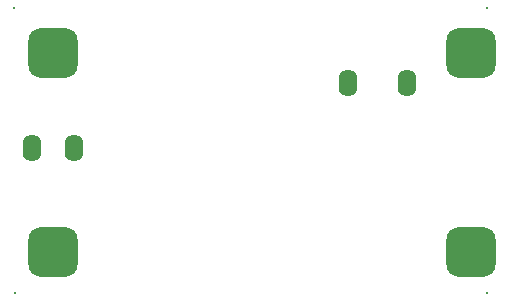
<source format=gbs>
G04*
G04 #@! TF.GenerationSoftware,Altium Limited,Altium Designer,22.2.1 (43)*
G04*
G04 Layer_Color=16711935*
%FSLAX25Y25*%
%MOIN*%
G70*
G04*
G04 #@! TF.SameCoordinates,5D5B1899-6389-410F-A5DA-9F547DEB4AAD*
G04*
G04*
G04 #@! TF.FilePolarity,Negative*
G04*
G01*
G75*
G04:AMPARAMS|DCode=24|XSize=8mil|YSize=8mil|CornerRadius=0mil|HoleSize=0mil|Usage=FLASHONLY|Rotation=0.000|XOffset=0mil|YOffset=0mil|HoleType=Round|Shape=RoundedRectangle|*
%AMROUNDEDRECTD24*
21,1,0.00800,0.00800,0,0,0.0*
21,1,0.00800,0.00800,0,0,0.0*
1,1,0.00000,0.00400,-0.00400*
1,1,0.00000,-0.00400,-0.00400*
1,1,0.00000,-0.00400,0.00400*
1,1,0.00000,0.00400,0.00400*
%
%ADD24ROUNDEDRECTD24*%
G04:AMPARAMS|DCode=25|XSize=165.48mil|YSize=165.48mil|CornerRadius=43.37mil|HoleSize=0mil|Usage=FLASHONLY|Rotation=0.000|XOffset=0mil|YOffset=0mil|HoleType=Round|Shape=RoundedRectangle|*
%AMROUNDEDRECTD25*
21,1,0.16548,0.07874,0,0,0.0*
21,1,0.07874,0.16548,0,0,0.0*
1,1,0.08674,0.03937,-0.03937*
1,1,0.08674,-0.03937,-0.03937*
1,1,0.08674,-0.03937,0.03937*
1,1,0.08674,0.03937,0.03937*
%
%ADD25ROUNDEDRECTD25*%
%ADD26O,0.06312X0.09068*%
D24*
X556299Y351575D02*
D03*
Y256693D02*
D03*
X398819D02*
D03*
X398425Y351575D02*
D03*
D25*
X550787Y336614D02*
D03*
X411417Y270472D02*
D03*
X550787D02*
D03*
X411417Y336614D02*
D03*
D26*
X529528Y326772D02*
D03*
X509842D02*
D03*
X418307Y305118D02*
D03*
X404528D02*
D03*
M02*

</source>
